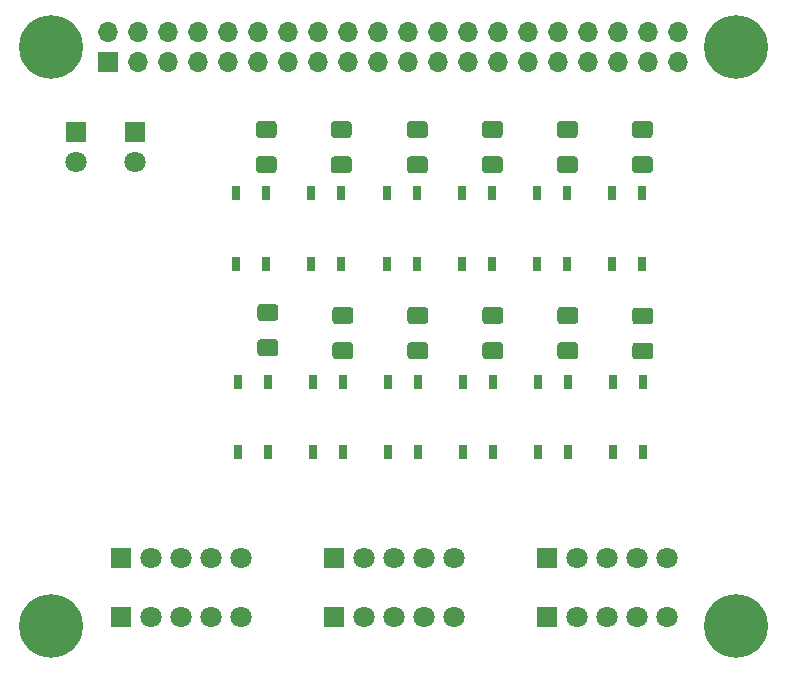
<source format=gbr>
%TF.GenerationSoftware,KiCad,Pcbnew,(5.1.10)-1*%
%TF.CreationDate,2021-12-08T13:53:17+01:00*%
%TF.ProjectId,shield_octo,73686965-6c64-45f6-9f63-746f2e6b6963,1*%
%TF.SameCoordinates,Original*%
%TF.FileFunction,Soldermask,Top*%
%TF.FilePolarity,Negative*%
%FSLAX46Y46*%
G04 Gerber Fmt 4.6, Leading zero omitted, Abs format (unit mm)*
G04 Created by KiCad (PCBNEW (5.1.10)-1) date 2021-12-08 13:53:17*
%MOMM*%
%LPD*%
G01*
G04 APERTURE LIST*
%ADD10R,0.800000X1.200000*%
%ADD11C,1.800000*%
%ADD12R,1.800000X1.800000*%
%ADD13O,1.700000X1.700000*%
%ADD14R,1.700000X1.700000*%
%ADD15C,5.400000*%
G04 APERTURE END LIST*
D10*
%TO.C,K9*%
X139570000Y-85810000D03*
X139570000Y-79810000D03*
X142110000Y-79810000D03*
X142110000Y-85810000D03*
%TD*%
D11*
%TO.C,X4*%
X119668000Y-77208000D03*
D12*
X124668000Y-74668000D03*
D11*
X124668000Y-77208000D03*
D12*
X119668000Y-74668000D03*
%TD*%
%TO.C,X3*%
X123444000Y-110744000D03*
D11*
X125984000Y-110744000D03*
X128524000Y-110744000D03*
X131064000Y-110744000D03*
X133604000Y-110744000D03*
X133604000Y-115744000D03*
X131064000Y-115744000D03*
X128524000Y-115744000D03*
X125984000Y-115744000D03*
D12*
X123444000Y-115744000D03*
%TD*%
%TO.C,X2*%
X141478000Y-110744000D03*
D11*
X144018000Y-110744000D03*
X146558000Y-110744000D03*
X149098000Y-110744000D03*
X151638000Y-110744000D03*
X151638000Y-115744000D03*
X149098000Y-115744000D03*
X146558000Y-115744000D03*
X144018000Y-115744000D03*
D12*
X141478000Y-115744000D03*
%TD*%
%TO.C,X1*%
X159500000Y-110744000D03*
D11*
X162040000Y-110744000D03*
X164580000Y-110744000D03*
X167120000Y-110744000D03*
X169660000Y-110744000D03*
X169660000Y-115744000D03*
X167120000Y-115744000D03*
X164580000Y-115744000D03*
X162040000Y-115744000D03*
D12*
X159500000Y-115744000D03*
%TD*%
%TO.C,R12*%
G36*
G01*
X155565000Y-90919000D02*
X154315000Y-90919000D01*
G75*
G02*
X154065000Y-90669000I0J250000D01*
G01*
X154065000Y-89744000D01*
G75*
G02*
X154315000Y-89494000I250000J0D01*
G01*
X155565000Y-89494000D01*
G75*
G02*
X155815000Y-89744000I0J-250000D01*
G01*
X155815000Y-90669000D01*
G75*
G02*
X155565000Y-90919000I-250000J0D01*
G01*
G37*
G36*
G01*
X155565000Y-93894000D02*
X154315000Y-93894000D01*
G75*
G02*
X154065000Y-93644000I0J250000D01*
G01*
X154065000Y-92719000D01*
G75*
G02*
X154315000Y-92469000I250000J0D01*
G01*
X155565000Y-92469000D01*
G75*
G02*
X155815000Y-92719000I0J-250000D01*
G01*
X155815000Y-93644000D01*
G75*
G02*
X155565000Y-93894000I-250000J0D01*
G01*
G37*
%TD*%
%TO.C,R11*%
G36*
G01*
X149215000Y-90919000D02*
X147965000Y-90919000D01*
G75*
G02*
X147715000Y-90669000I0J250000D01*
G01*
X147715000Y-89744000D01*
G75*
G02*
X147965000Y-89494000I250000J0D01*
G01*
X149215000Y-89494000D01*
G75*
G02*
X149465000Y-89744000I0J-250000D01*
G01*
X149465000Y-90669000D01*
G75*
G02*
X149215000Y-90919000I-250000J0D01*
G01*
G37*
G36*
G01*
X149215000Y-93894000D02*
X147965000Y-93894000D01*
G75*
G02*
X147715000Y-93644000I0J250000D01*
G01*
X147715000Y-92719000D01*
G75*
G02*
X147965000Y-92469000I250000J0D01*
G01*
X149215000Y-92469000D01*
G75*
G02*
X149465000Y-92719000I0J-250000D01*
G01*
X149465000Y-93644000D01*
G75*
G02*
X149215000Y-93894000I-250000J0D01*
G01*
G37*
%TD*%
%TO.C,R10*%
G36*
G01*
X142865000Y-90919000D02*
X141615000Y-90919000D01*
G75*
G02*
X141365000Y-90669000I0J250000D01*
G01*
X141365000Y-89744000D01*
G75*
G02*
X141615000Y-89494000I250000J0D01*
G01*
X142865000Y-89494000D01*
G75*
G02*
X143115000Y-89744000I0J-250000D01*
G01*
X143115000Y-90669000D01*
G75*
G02*
X142865000Y-90919000I-250000J0D01*
G01*
G37*
G36*
G01*
X142865000Y-93894000D02*
X141615000Y-93894000D01*
G75*
G02*
X141365000Y-93644000I0J250000D01*
G01*
X141365000Y-92719000D01*
G75*
G02*
X141615000Y-92469000I250000J0D01*
G01*
X142865000Y-92469000D01*
G75*
G02*
X143115000Y-92719000I0J-250000D01*
G01*
X143115000Y-93644000D01*
G75*
G02*
X142865000Y-93894000I-250000J0D01*
G01*
G37*
%TD*%
%TO.C,R9*%
G36*
G01*
X136515000Y-90665000D02*
X135265000Y-90665000D01*
G75*
G02*
X135015000Y-90415000I0J250000D01*
G01*
X135015000Y-89490000D01*
G75*
G02*
X135265000Y-89240000I250000J0D01*
G01*
X136515000Y-89240000D01*
G75*
G02*
X136765000Y-89490000I0J-250000D01*
G01*
X136765000Y-90415000D01*
G75*
G02*
X136515000Y-90665000I-250000J0D01*
G01*
G37*
G36*
G01*
X136515000Y-93640000D02*
X135265000Y-93640000D01*
G75*
G02*
X135015000Y-93390000I0J250000D01*
G01*
X135015000Y-92465000D01*
G75*
G02*
X135265000Y-92215000I250000J0D01*
G01*
X136515000Y-92215000D01*
G75*
G02*
X136765000Y-92465000I0J-250000D01*
G01*
X136765000Y-93390000D01*
G75*
G02*
X136515000Y-93640000I-250000J0D01*
G01*
G37*
%TD*%
%TO.C,R8*%
G36*
G01*
X142735000Y-75185000D02*
X141485000Y-75185000D01*
G75*
G02*
X141235000Y-74935000I0J250000D01*
G01*
X141235000Y-74010000D01*
G75*
G02*
X141485000Y-73760000I250000J0D01*
G01*
X142735000Y-73760000D01*
G75*
G02*
X142985000Y-74010000I0J-250000D01*
G01*
X142985000Y-74935000D01*
G75*
G02*
X142735000Y-75185000I-250000J0D01*
G01*
G37*
G36*
G01*
X142735000Y-78160000D02*
X141485000Y-78160000D01*
G75*
G02*
X141235000Y-77910000I0J250000D01*
G01*
X141235000Y-76985000D01*
G75*
G02*
X141485000Y-76735000I250000J0D01*
G01*
X142735000Y-76735000D01*
G75*
G02*
X142985000Y-76985000I0J-250000D01*
G01*
X142985000Y-77910000D01*
G75*
G02*
X142735000Y-78160000I-250000J0D01*
G01*
G37*
%TD*%
%TO.C,R7*%
G36*
G01*
X136385000Y-75171000D02*
X135135000Y-75171000D01*
G75*
G02*
X134885000Y-74921000I0J250000D01*
G01*
X134885000Y-73996000D01*
G75*
G02*
X135135000Y-73746000I250000J0D01*
G01*
X136385000Y-73746000D01*
G75*
G02*
X136635000Y-73996000I0J-250000D01*
G01*
X136635000Y-74921000D01*
G75*
G02*
X136385000Y-75171000I-250000J0D01*
G01*
G37*
G36*
G01*
X136385000Y-78146000D02*
X135135000Y-78146000D01*
G75*
G02*
X134885000Y-77896000I0J250000D01*
G01*
X134885000Y-76971000D01*
G75*
G02*
X135135000Y-76721000I250000J0D01*
G01*
X136385000Y-76721000D01*
G75*
G02*
X136635000Y-76971000I0J-250000D01*
G01*
X136635000Y-77896000D01*
G75*
G02*
X136385000Y-78146000I-250000J0D01*
G01*
G37*
%TD*%
%TO.C,R6*%
G36*
G01*
X168265000Y-90955500D02*
X167015000Y-90955500D01*
G75*
G02*
X166765000Y-90705500I0J250000D01*
G01*
X166765000Y-89780500D01*
G75*
G02*
X167015000Y-89530500I250000J0D01*
G01*
X168265000Y-89530500D01*
G75*
G02*
X168515000Y-89780500I0J-250000D01*
G01*
X168515000Y-90705500D01*
G75*
G02*
X168265000Y-90955500I-250000J0D01*
G01*
G37*
G36*
G01*
X168265000Y-93930500D02*
X167015000Y-93930500D01*
G75*
G02*
X166765000Y-93680500I0J250000D01*
G01*
X166765000Y-92755500D01*
G75*
G02*
X167015000Y-92505500I250000J0D01*
G01*
X168265000Y-92505500D01*
G75*
G02*
X168515000Y-92755500I0J-250000D01*
G01*
X168515000Y-93680500D01*
G75*
G02*
X168265000Y-93930500I-250000J0D01*
G01*
G37*
%TD*%
%TO.C,R5*%
G36*
G01*
X161915000Y-90919000D02*
X160665000Y-90919000D01*
G75*
G02*
X160415000Y-90669000I0J250000D01*
G01*
X160415000Y-89744000D01*
G75*
G02*
X160665000Y-89494000I250000J0D01*
G01*
X161915000Y-89494000D01*
G75*
G02*
X162165000Y-89744000I0J-250000D01*
G01*
X162165000Y-90669000D01*
G75*
G02*
X161915000Y-90919000I-250000J0D01*
G01*
G37*
G36*
G01*
X161915000Y-93894000D02*
X160665000Y-93894000D01*
G75*
G02*
X160415000Y-93644000I0J250000D01*
G01*
X160415000Y-92719000D01*
G75*
G02*
X160665000Y-92469000I250000J0D01*
G01*
X161915000Y-92469000D01*
G75*
G02*
X162165000Y-92719000I0J-250000D01*
G01*
X162165000Y-93644000D01*
G75*
G02*
X161915000Y-93894000I-250000J0D01*
G01*
G37*
%TD*%
%TO.C,R4*%
G36*
G01*
X168229000Y-75171000D02*
X166979000Y-75171000D01*
G75*
G02*
X166729000Y-74921000I0J250000D01*
G01*
X166729000Y-73996000D01*
G75*
G02*
X166979000Y-73746000I250000J0D01*
G01*
X168229000Y-73746000D01*
G75*
G02*
X168479000Y-73996000I0J-250000D01*
G01*
X168479000Y-74921000D01*
G75*
G02*
X168229000Y-75171000I-250000J0D01*
G01*
G37*
G36*
G01*
X168229000Y-78146000D02*
X166979000Y-78146000D01*
G75*
G02*
X166729000Y-77896000I0J250000D01*
G01*
X166729000Y-76971000D01*
G75*
G02*
X166979000Y-76721000I250000J0D01*
G01*
X168229000Y-76721000D01*
G75*
G02*
X168479000Y-76971000I0J-250000D01*
G01*
X168479000Y-77896000D01*
G75*
G02*
X168229000Y-78146000I-250000J0D01*
G01*
G37*
%TD*%
%TO.C,R3*%
G36*
G01*
X161879000Y-75171000D02*
X160629000Y-75171000D01*
G75*
G02*
X160379000Y-74921000I0J250000D01*
G01*
X160379000Y-73996000D01*
G75*
G02*
X160629000Y-73746000I250000J0D01*
G01*
X161879000Y-73746000D01*
G75*
G02*
X162129000Y-73996000I0J-250000D01*
G01*
X162129000Y-74921000D01*
G75*
G02*
X161879000Y-75171000I-250000J0D01*
G01*
G37*
G36*
G01*
X161879000Y-78146000D02*
X160629000Y-78146000D01*
G75*
G02*
X160379000Y-77896000I0J250000D01*
G01*
X160379000Y-76971000D01*
G75*
G02*
X160629000Y-76721000I250000J0D01*
G01*
X161879000Y-76721000D01*
G75*
G02*
X162129000Y-76971000I0J-250000D01*
G01*
X162129000Y-77896000D01*
G75*
G02*
X161879000Y-78146000I-250000J0D01*
G01*
G37*
%TD*%
%TO.C,R2*%
G36*
G01*
X155529000Y-75171000D02*
X154279000Y-75171000D01*
G75*
G02*
X154029000Y-74921000I0J250000D01*
G01*
X154029000Y-73996000D01*
G75*
G02*
X154279000Y-73746000I250000J0D01*
G01*
X155529000Y-73746000D01*
G75*
G02*
X155779000Y-73996000I0J-250000D01*
G01*
X155779000Y-74921000D01*
G75*
G02*
X155529000Y-75171000I-250000J0D01*
G01*
G37*
G36*
G01*
X155529000Y-78146000D02*
X154279000Y-78146000D01*
G75*
G02*
X154029000Y-77896000I0J250000D01*
G01*
X154029000Y-76971000D01*
G75*
G02*
X154279000Y-76721000I250000J0D01*
G01*
X155529000Y-76721000D01*
G75*
G02*
X155779000Y-76971000I0J-250000D01*
G01*
X155779000Y-77896000D01*
G75*
G02*
X155529000Y-78146000I-250000J0D01*
G01*
G37*
%TD*%
%TO.C,R1*%
G36*
G01*
X149179000Y-75187000D02*
X147929000Y-75187000D01*
G75*
G02*
X147679000Y-74937000I0J250000D01*
G01*
X147679000Y-74012000D01*
G75*
G02*
X147929000Y-73762000I250000J0D01*
G01*
X149179000Y-73762000D01*
G75*
G02*
X149429000Y-74012000I0J-250000D01*
G01*
X149429000Y-74937000D01*
G75*
G02*
X149179000Y-75187000I-250000J0D01*
G01*
G37*
G36*
G01*
X149179000Y-78162000D02*
X147929000Y-78162000D01*
G75*
G02*
X147679000Y-77912000I0J250000D01*
G01*
X147679000Y-76987000D01*
G75*
G02*
X147929000Y-76737000I250000J0D01*
G01*
X149179000Y-76737000D01*
G75*
G02*
X149429000Y-76987000I0J-250000D01*
G01*
X149429000Y-77912000D01*
G75*
G02*
X149179000Y-78162000I-250000J0D01*
G01*
G37*
%TD*%
D10*
%TO.C,K13*%
X152400000Y-101806000D03*
X152400000Y-95806000D03*
X154940000Y-95806000D03*
X154940000Y-101806000D03*
%TD*%
%TO.C,K12*%
X146050000Y-101806000D03*
X146050000Y-95806000D03*
X148590000Y-95806000D03*
X148590000Y-101806000D03*
%TD*%
%TO.C,K11*%
X139700000Y-101806000D03*
X139700000Y-95806000D03*
X142240000Y-95806000D03*
X142240000Y-101806000D03*
%TD*%
%TO.C,K10*%
X133350000Y-101806000D03*
X133350000Y-95806000D03*
X135890000Y-95806000D03*
X135890000Y-101806000D03*
%TD*%
%TO.C,K8*%
X133220000Y-85810000D03*
X133220000Y-79810000D03*
X135760000Y-79810000D03*
X135760000Y-85810000D03*
%TD*%
%TO.C,K7*%
X165100000Y-101806000D03*
X165100000Y-95806000D03*
X167640000Y-95806000D03*
X167640000Y-101806000D03*
%TD*%
%TO.C,K6*%
X158750000Y-101806000D03*
X158750000Y-95806000D03*
X161290000Y-95806000D03*
X161290000Y-101806000D03*
%TD*%
%TO.C,K5*%
X165064000Y-85820000D03*
X165064000Y-79820000D03*
X167604000Y-79820000D03*
X167604000Y-85820000D03*
%TD*%
%TO.C,K4*%
X158714000Y-85820000D03*
X158714000Y-79820000D03*
X161254000Y-79820000D03*
X161254000Y-85820000D03*
%TD*%
%TO.C,K3*%
X152364000Y-85820000D03*
X152364000Y-79820000D03*
X154904000Y-79820000D03*
X154904000Y-85820000D03*
%TD*%
%TO.C,K2*%
X146014000Y-85820000D03*
X146014000Y-79820000D03*
X148554000Y-79820000D03*
X148554000Y-85820000D03*
%TD*%
D13*
%TO.C,K1*%
X170660000Y-66230000D03*
X170660000Y-68770000D03*
X168120000Y-66230000D03*
X168120000Y-68770000D03*
X165580000Y-66230000D03*
X165580000Y-68770000D03*
X163040000Y-66230000D03*
X163040000Y-68770000D03*
X160500000Y-66230000D03*
X160500000Y-68770000D03*
X157960000Y-66230000D03*
X157960000Y-68770000D03*
X155420000Y-66230000D03*
X155420000Y-68770000D03*
X152880000Y-66230000D03*
X152880000Y-68770000D03*
X150340000Y-66230000D03*
X150340000Y-68770000D03*
X147800000Y-66230000D03*
X147800000Y-68770000D03*
X145260000Y-66230000D03*
X145260000Y-68770000D03*
X142720000Y-66230000D03*
X142720000Y-68770000D03*
X140180000Y-66230000D03*
X140180000Y-68770000D03*
X137640000Y-66230000D03*
X137640000Y-68770000D03*
X135100000Y-66230000D03*
X135100000Y-68770000D03*
X132560000Y-66230000D03*
X132560000Y-68770000D03*
X130020000Y-66230000D03*
X130020000Y-68770000D03*
X127480000Y-66230000D03*
X127480000Y-68770000D03*
X124940000Y-66230000D03*
X124940000Y-68770000D03*
X122400000Y-66230000D03*
D14*
X122400000Y-68770000D03*
%TD*%
D15*
%TO.C,H4*%
X175500000Y-67500000D03*
%TD*%
%TO.C,H3*%
X117500000Y-116500000D03*
%TD*%
%TO.C,H2*%
X175500000Y-116500000D03*
%TD*%
%TO.C,H1*%
X117500000Y-67500000D03*
%TD*%
M02*

</source>
